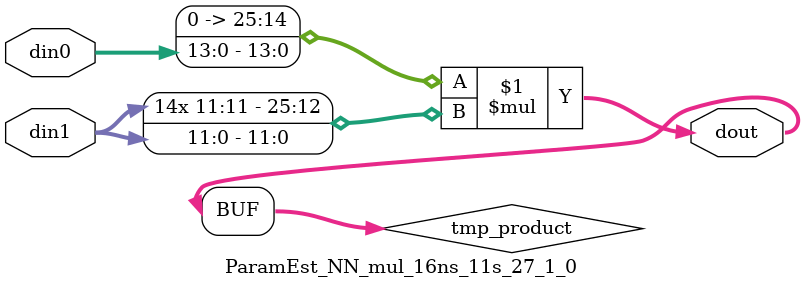
<source format=v>

`timescale 1 ns / 1 ps

  module ParamEst_NN_mul_16ns_11s_27_1_0(din0, din1, dout);
parameter ID = 1;
parameter NUM_STAGE = 0;
parameter din0_WIDTH = 14;
parameter din1_WIDTH = 12;
parameter dout_WIDTH = 26;

input [din0_WIDTH - 1 : 0] din0; 
input [din1_WIDTH - 1 : 0] din1; 
output [dout_WIDTH - 1 : 0] dout;

wire signed [dout_WIDTH - 1 : 0] tmp_product;











assign tmp_product = $signed({1'b0, din0}) * $signed(din1);










assign dout = tmp_product;







endmodule

</source>
